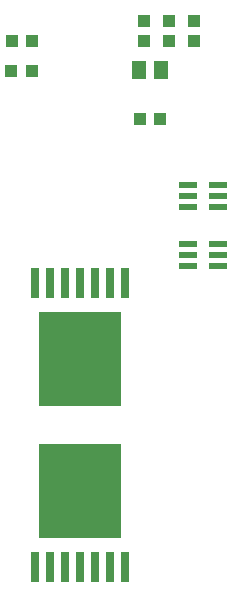
<source format=gbr>
G04 EAGLE Gerber RS-274X export*
G75*
%MOMM*%
%FSLAX34Y34*%
%LPD*%
%INSolderpaste Bottom*%
%IPPOS*%
%AMOC8*
5,1,8,0,0,1.08239X$1,22.5*%
G01*
%ADD10R,1.000000X1.100000*%
%ADD11R,1.300000X1.500000*%
%ADD12R,0.800000X2.540000*%
%ADD13R,7.000000X8.000000*%
%ADD14R,1.500000X0.600000*%
%ADD15R,1.100000X1.000000*%


D10*
X-120000Y248500D03*
X-120000Y231500D03*
D11*
X-124500Y207000D03*
X-105500Y207000D03*
D12*
X-174000Y-214000D03*
X-186700Y-214000D03*
X-199400Y-214000D03*
X-212100Y-214000D03*
X-161300Y-214000D03*
X-148600Y-214000D03*
X-135900Y-214000D03*
D13*
X-174000Y-150225D03*
D12*
X-174000Y26000D03*
X-161300Y26000D03*
X-148600Y26000D03*
X-135900Y26000D03*
X-186700Y26000D03*
X-199400Y26000D03*
X-212100Y26000D03*
D13*
X-174000Y-37775D03*
D14*
X-57500Y50000D03*
X-57500Y59500D03*
X-57500Y40500D03*
X-82500Y50000D03*
X-82500Y59500D03*
X-82500Y40500D03*
X-57500Y100000D03*
X-57500Y109500D03*
X-57500Y90500D03*
X-82500Y100000D03*
X-82500Y109500D03*
X-82500Y90500D03*
D10*
X-232160Y231530D03*
X-215160Y231530D03*
X-232287Y206130D03*
X-215287Y206130D03*
X-106500Y165000D03*
X-123500Y165000D03*
D15*
X-99000Y231500D03*
X-99000Y248500D03*
X-78000Y231500D03*
X-78000Y248500D03*
M02*

</source>
